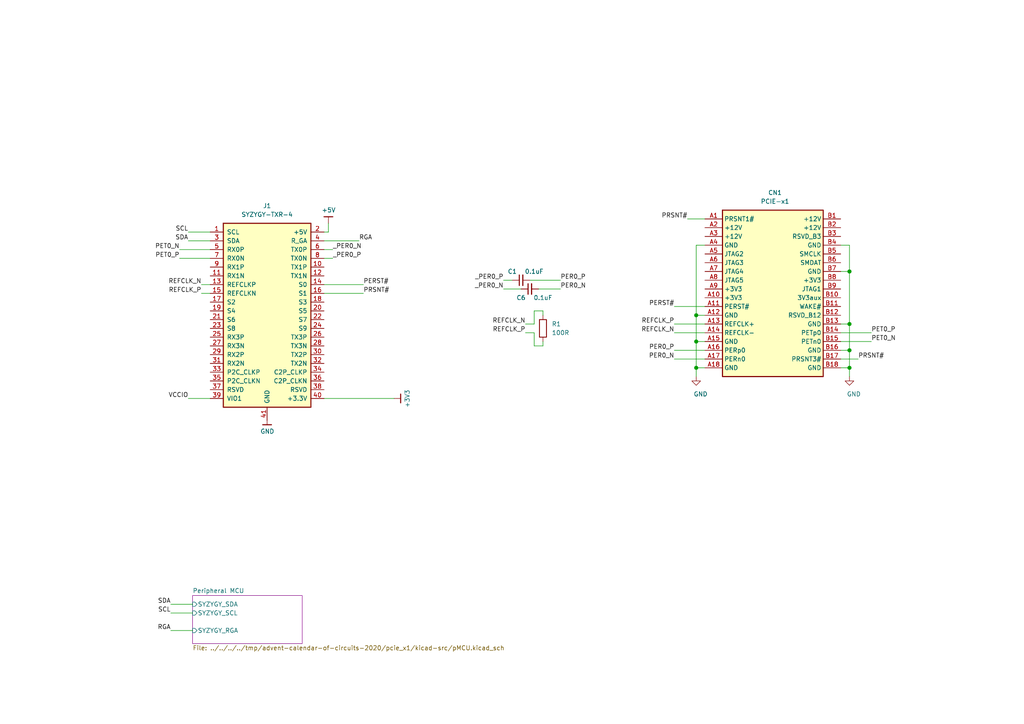
<source format=kicad_sch>
(kicad_sch (version 20230121) (generator eeschema)
  (paper "A4")
  (title_block (title "SYZYGY PCIe x1") (date "2020-12-06") (rev "r1.0") (company "GsD - @gregdavill"))
  (lib_symbols
    (symbol "Device:C_Small" (pin_numbers hide) (pin_names (offset 0.254) hide)
      (property "Reference" "C" (at 0.254 1.778 0))
      (property "Value" "C_Small" (at 0.254 -2.032 0))
      (symbol "C_Small_0_1"
        (polyline (pts (xy -1.524 -0.508) (xy 1.524 -0.508)) (stroke (width 0.3302)))
        (polyline (pts (xy -1.524 0.508) (xy 1.524 0.508)) (stroke (width 0.3048)))
      )
      (symbol "C_Small_1_1"
        (pin passive line (at 0 2.54 270) (length 2.032) (name "~") (number "1"))
        (pin passive line (at 0 -2.54 90) (length 2.032) (name "~") (number "2"))
      )
    )
    (symbol "Device:R_1" (pin_numbers hide) (pin_names (offset 0))
      (property "Reference" "R" (at 2.032 0 90))
      (property "Value" "R" (at 0 0 90))
      (symbol "R_1_0_1"
        (rectangle (start -1.016 -2.54) (end 1.016 2.54) (stroke (width 0.254)))
      )
      (symbol "R_1_1_1"
        (pin passive line (at 0 3.81 270) (length 1.27) (name "~") (number "1"))
        (pin passive line (at 0 -3.81 90) (length 1.27) (name "~") (number "2"))
      )
    )
    (symbol "gkl_power:+3V3" (power) (pin_names (offset 0))
      (property "Value" "+3V3" (at 0 3.556 0))
      (symbol "+3V3_0_1"
        (polyline (pts (xy -1.27 1.905) (xy 1.27 1.905)) (stroke (width 0.3048)))
        (polyline (pts (xy 0 0) (xy 0 1.905)))
      )
      (symbol "+3V3_1_1"
        (pin power_in line (at 0 0 90) (length 0) hide (name "+3V3") (number "1"))
      )
    )
    (symbol "gkl_power:+5V" (power) (pin_names (offset 0))
      (property "Value" "+5V" (at 0 3.175 0))
      (symbol "+5V_0_1"
        (polyline (pts (xy -1.27 1.905) (xy 1.27 1.905)) (stroke (width 0.3048)))
        (polyline (pts (xy 0 0) (xy 0 1.905)))
      )
      (symbol "+5V_1_1"
        (pin power_in line (at 0 0 90) (length 0) hide (name "+5V") (number "1"))
      )
    )
    (symbol "gkl_power:GND" (power) (pin_names (offset 0))
      (property "Value" "GND" (at 0 -2.54 0))
      (symbol "GND_0_1"
        (polyline (pts (xy 0 -1.27) (xy 0 0)))
        (polyline (pts (xy 1.27 -1.27) (xy -1.27 -1.27)) (stroke (width 0.3048)))
      )
      (symbol "GND_1_1"
        (pin power_in line (at 0 0 270) (length 0) hide (name "GND") (number "1"))
      )
    )
    (symbol "gsd-kicad:PCIE-x1-ADDIN"
      (property "Reference" "CN" (at 17.78 6.35 0))
      (property "Value" "PCIE-x1-ADDIN" (at 20.32 3.81 0))
      (symbol "PCIE-x1-ADDIN_0_1"
        (rectangle (start 5.08 2.54) (end 34.29 -45.72) (stroke (width 0.3302)) (fill (type background)))
      )
      (symbol "PCIE-x1-ADDIN_1_1"
        (pin input line (at 0 0 0) (length 5.08) (name "PRSNT1#") (number "A1"))
        (pin input line (at 0 -22.86 0) (length 5.08) (name "+3V3") (number "A10"))
        (pin input line (at 0 -25.4 0) (length 5.08) (name "PERST#") (number "A11"))
        (pin input line (at 0 -27.94 0) (length 5.08) (name "GND") (number "A12"))
        (pin input line (at 0 -30.48 0) (length 5.08) (name "REFCLK+") (number "A13"))
        (pin input line (at 0 -33.02 0) (length 5.08) (name "REFCLK-") (number "A14"))
        (pin input line (at 0 -35.56 0) (length 5.08) (name "GND") (number "A15"))
        (pin input line (at 0 -38.1 0) (length 5.08) (name "PERp0") (number "A16"))
        (pin input line (at 0 -40.64 0) (length 5.08) (name "PERn0") (number "A17"))
        (pin input line (at 0 -43.18 0) (length 5.08) (name "GND") (number "A18"))
        (pin input line (at 0 -2.54 0) (length 5.08) (name "+12V") (number "A2"))
        (pin input line (at 0 -5.08 0) (length 5.08) (name "+12V") (number "A3"))
        (pin input line (at 0 -7.62 0) (length 5.08) (name "GND") (number "A4"))
        (pin input line (at 0 -10.16 0) (length 5.08) (name "JTAG2") (number "A5"))
        (pin input line (at 0 -12.7 0) (length 5.08) (name "JTAG3") (number "A6"))
        (pin input line (at 0 -15.24 0) (length 5.08) (name "JTAG4") (number "A7"))
        (pin input line (at 0 -17.78 0) (length 5.08) (name "JTAG5") (number "A8"))
        (pin input line (at 0 -20.32 0) (length 5.08) (name "+3V3") (number "A9"))
        (pin input line (at 39.37 0 180) (length 5.08) (name "+12V") (number "B1"))
        (pin input line (at 39.37 -22.86 180) (length 5.08) (name "3V3aux") (number "B10"))
        (pin input line (at 39.37 -25.4 180) (length 5.08) (name "WAKE#") (number "B11"))
        (pin input line (at 39.37 -27.94 180) (length 5.08) (name "RSVD_B12") (number "B12"))
        (pin input line (at 39.37 -30.48 180) (length 5.08) (name "GND") (number "B13"))
        (pin input line (at 39.37 -33.02 180) (length 5.08) (name "PETp0") (number "B14"))
        (pin input line (at 39.37 -35.56 180) (length 5.08) (name "PETn0") (number "B15"))
        (pin input line (at 39.37 -38.1 180) (length 5.08) (name "GND") (number "B16"))
        (pin input line (at 39.37 -40.64 180) (length 5.08) (name "PRSNT3#") (number "B17"))
        (pin input line (at 39.37 -43.18 180) (length 5.08) (name "GND") (number "B18"))
        (pin input line (at 39.37 -2.54 180) (length 5.08) (name "+12V") (number "B2"))
        (pin input line (at 39.37 -5.08 180) (length 5.08) (name "RSVD_B3") (number "B3"))
        (pin input line (at 39.37 -7.62 180) (length 5.08) (name "GND") (number "B4"))
        (pin input line (at 39.37 -10.16 180) (length 5.08) (name "SMCLK") (number "B5"))
        (pin input line (at 39.37 -12.7 180) (length 5.08) (name "SMDAT") (number "B6"))
        (pin input line (at 39.37 -15.24 180) (length 5.08) (name "GND") (number "B7"))
        (pin input line (at 39.37 -17.78 180) (length 5.08) (name "+3V3") (number "B8"))
        (pin input line (at 39.37 -20.32 180) (length 5.08) (name "JTAG1") (number "B9"))
      )
    )
    (symbol "gsd-kicad:SYZYGY-TXR-4" (pin_names (offset 1.016))
      (property "Reference" "J" (at 0 27.94 0))
      (property "Value" "SYZYGY-TXR-4" (at 0 25.4 0))
      (symbol "SYZYGY-TXR-4_0_1"
        (rectangle (start -12.7 24.13) (end 12.7 -29.21) (stroke (width 0.3302)) (fill (type background)))
      )
      (symbol "SYZYGY-TXR-4_1_1"
        (pin input line (at -16.51 21.59 0) (length 3.81) (name "SCL") (number "1"))
        (pin input line (at 16.51 11.43 180) (length 3.81) (name "TX1P") (number "10"))
        (pin input line (at -16.51 8.89 0) (length 3.81) (name "RX1N") (number "11"))
        (pin input line (at 16.51 8.89 180) (length 3.81) (name "TX1N") (number "12"))
        (pin input line (at -16.51 6.35 0) (length 3.81) (name "REFCLKP") (number "13"))
        (pin input line (at 16.51 6.35 180) (length 3.81) (name "S0") (number "14"))
        (pin input line (at -16.51 3.81 0) (length 3.81) (name "REFCLKN") (number "15"))
        (pin input line (at 16.51 3.81 180) (length 3.81) (name "S1") (number "16"))
        (pin input line (at -16.51 1.27 0) (length 3.81) (name "S2") (number "17"))
        (pin input line (at 16.51 1.27 180) (length 3.81) (name "S3") (number "18"))
        (pin input line (at -16.51 -1.27 0) (length 3.81) (name "S4") (number "19"))
        (pin input line (at 16.51 21.59 180) (length 3.81) (name "+5V") (number "2"))
        (pin input line (at 16.51 -1.27 180) (length 3.81) (name "S5") (number "20"))
        (pin input line (at -16.51 -3.81 0) (length 3.81) (name "S6") (number "21"))
        (pin input line (at 16.51 -3.81 180) (length 3.81) (name "S7") (number "22"))
        (pin input line (at -16.51 -6.35 0) (length 3.81) (name "S8") (number "23"))
        (pin input line (at 16.51 -6.35 180) (length 3.81) (name "S9") (number "24"))
        (pin input line (at -16.51 -8.89 0) (length 3.81) (name "RX3P") (number "25"))
        (pin input line (at 16.51 -8.89 180) (length 3.81) (name "TX3P") (number "26"))
        (pin input line (at -16.51 -11.43 0) (length 3.81) (name "RX3N") (number "27"))
        (pin input line (at 16.51 -11.43 180) (length 3.81) (name "TX3N") (number "28"))
        (pin input line (at -16.51 -13.97 0) (length 3.81) (name "RX2P") (number "29"))
        (pin input line (at -16.51 19.05 0) (length 3.81) (name "SDA") (number "3"))
        (pin input line (at 16.51 -13.97 180) (length 3.81) (name "TX2P") (number "30"))
        (pin input line (at -16.51 -16.51 0) (length 3.81) (name "RX2N") (number "31"))
        (pin input line (at 16.51 -16.51 180) (length 3.81) (name "TX2N") (number "32"))
        (pin input line (at -16.51 -19.05 0) (length 3.81) (name "P2C_CLKP") (number "33"))
        (pin input line (at 16.51 -19.05 180) (length 3.81) (name "C2P_CLKP") (number "34"))
        (pin input line (at -16.51 -21.59 0) (length 3.81) (name "P2C_CLKN") (number "35"))
        (pin input line (at 16.51 -21.59 180) (length 3.81) (name "C2P_CLKN") (number "36"))
        (pin input line (at -16.51 -24.13 0) (length 3.81) (name "RSVD") (number "37"))
        (pin input line (at 16.51 -24.13 180) (length 3.81) (name "RSVD") (number "38"))
        (pin input line (at -16.51 -26.67 0) (length 3.81) (name "VIO1") (number "39"))
        (pin input line (at 16.51 19.05 180) (length 3.81) (name "R_GA") (number "4"))
        (pin input line (at 16.51 -26.67 180) (length 3.81) (name "+3.3V") (number "40"))
        (pin input line (at 0 -33.02 90) (length 3.81) (name "GND") (number "41"))
        (pin input line (at -16.51 16.51 0) (length 3.81) (name "RX0P") (number "5"))
        (pin input line (at 16.51 16.51 180) (length 3.81) (name "TX0P") (number "6"))
        (pin input line (at -16.51 13.97 0) (length 3.81) (name "RX0N") (number "7"))
        (pin input line (at 16.51 13.97 180) (length 3.81) (name "TX0N") (number "8"))
        (pin input line (at -16.51 11.43 0) (length 3.81) (name "RX1P") (number "9"))
      )
    )
    (symbol "power:GND" (power) (pin_names (offset 0))
      (property "Value" "GND" (at 0 -3.81 0))
      (symbol "GND_0_1"
        (polyline (pts (xy 0 0) (xy 0 -1.27) (xy 1.27 -1.27) (xy 0 -2.54) (xy -1.27 -1.27) (xy 0 -1.27)))
      )
      (symbol "GND_1_1"
        (pin power_in line (at 0 0 270) (length 0) hide (name "GND") (number "1"))
      )
    )
  )
  (junction (at 201.93 106.68) (diameter 1.016))
  (junction (at 246.38 106.68) (diameter 1.016))
  (junction (at 246.38 93.98) (diameter 1.016))
  (junction (at 201.93 99.06) (diameter 1.016))
  (junction (at 246.38 101.6) (diameter 1.016))
  (junction (at 201.93 91.44) (diameter 1.016))
  (junction (at 246.38 78.74) (diameter 1.016))
  (wire (pts (xy 162.56 83.82) (xy 156.21 83.82)))
  (wire (pts (xy 201.93 99.06) (xy 201.93 106.68)))
  (wire (pts (xy 195.58 88.9) (xy 204.47 88.9)))
  (wire (pts (xy 146.05 83.82) (xy 151.13 83.82)))
  (wire (pts (xy 55.88 175.26) (xy 49.53 175.26)))
  (wire (pts (xy 243.84 78.74) (xy 246.38 78.74)))
  (wire (pts (xy 201.93 106.68) (xy 201.93 109.22)))
  (wire (pts (xy 195.58 104.14) (xy 204.47 104.14)))
  (wire (pts (xy 201.93 71.12) (xy 201.93 91.44)))
  (wire (pts (xy 60.96 67.31) (xy 54.61 67.31)))
  (wire (pts (xy 152.4 96.52) (xy 154.94 96.52)))
  (wire (pts (xy 95.25 67.31) (xy 95.25 64.77)))
  (wire (pts (xy 60.96 115.57) (xy 54.61 115.57)))
  (wire (pts (xy 162.56 81.28) (xy 153.67 81.28)))
  (wire (pts (xy 246.38 101.6) (xy 246.38 106.68)))
  (wire (pts (xy 246.38 93.98) (xy 246.38 101.6)))
  (wire (pts (xy 243.84 106.68) (xy 246.38 106.68)))
  (wire (pts (xy 195.58 101.6) (xy 204.47 101.6)))
  (wire (pts (xy 201.93 99.06) (xy 204.47 99.06)))
  (wire (pts (xy 154.94 90.17) (xy 157.48 90.17)))
  (wire (pts (xy 55.88 177.8) (xy 49.53 177.8)))
  (wire (pts (xy 146.05 81.28) (xy 148.59 81.28)))
  (wire (pts (xy 58.42 82.55) (xy 60.96 82.55)))
  (wire (pts (xy 243.84 71.12) (xy 246.38 71.12)))
  (wire (pts (xy 243.84 93.98) (xy 246.38 93.98)))
  (wire (pts (xy 93.98 67.31) (xy 95.25 67.31)))
  (wire (pts (xy 157.48 100.33) (xy 157.48 99.06)))
  (wire (pts (xy 157.48 90.17) (xy 157.48 91.44)))
  (wire (pts (xy 55.88 182.88) (xy 49.53 182.88)))
  (wire (pts (xy 246.38 78.74) (xy 246.38 93.98)))
  (wire (pts (xy 93.98 82.55) (xy 105.41 82.55)))
  (wire (pts (xy 52.07 72.39) (xy 60.96 72.39)))
  (wire (pts (xy 246.38 106.68) (xy 246.38 109.22)))
  (wire (pts (xy 58.42 85.09) (xy 60.96 85.09)))
  (wire (pts (xy 252.73 99.06) (xy 243.84 99.06)))
  (wire (pts (xy 154.94 96.52) (xy 154.94 100.33)))
  (wire (pts (xy 204.47 63.5) (xy 199.39 63.5)))
  (wire (pts (xy 93.98 115.57) (xy 114.3 115.57)))
  (wire (pts (xy 252.73 96.52) (xy 243.84 96.52)))
  (wire (pts (xy 152.4 93.98) (xy 154.94 93.98)))
  (wire (pts (xy 246.38 71.12) (xy 246.38 78.74)))
  (wire (pts (xy 195.58 93.98) (xy 204.47 93.98)))
  (wire (pts (xy 93.98 69.85) (xy 104.14 69.85)))
  (wire (pts (xy 201.93 91.44) (xy 201.93 99.06)))
  (wire (pts (xy 154.94 100.33) (xy 157.48 100.33)))
  (wire (pts (xy 60.96 69.85) (xy 54.61 69.85)))
  (wire (pts (xy 93.98 85.09) (xy 105.41 85.09)))
  (wire (pts (xy 201.93 106.68) (xy 204.47 106.68)))
  (wire (pts (xy 204.47 71.12) (xy 201.93 71.12)))
  (wire (pts (xy 243.84 104.14) (xy 248.92 104.14)))
  (wire (pts (xy 96.52 72.39) (xy 93.98 72.39)))
  (wire (pts (xy 243.84 101.6) (xy 246.38 101.6)))
  (wire (pts (xy 201.93 91.44) (xy 204.47 91.44)))
  (wire (pts (xy 195.58 96.52) (xy 204.47 96.52)))
  (wire (pts (xy 96.52 74.93) (xy 93.98 74.93)))
  (wire (pts (xy 52.07 74.93) (xy 60.96 74.93)))
  (wire (pts (xy 154.94 93.98) (xy 154.94 90.17)))
  (label "_PER0_N" (at 146.05 83.82 180))
  (label "PET0_P" (at 252.73 96.52 0))
  (label "SCL" (at 54.61 67.31 180))
  (label "PER0_N" (at 195.58 104.14 180))
  (label "REFCLK_N" (at 195.58 96.52 180))
  (label "REFCLK_N" (at 152.4 93.98 180))
  (label "PRSNT#" (at 199.39 63.5 180))
  (label "PER0_P" (at 162.56 81.28 0))
  (label "REFCLK_N" (at 58.42 82.55 180))
  (label "PERST#" (at 195.58 88.9 180))
  (label "PET0_N" (at 252.73 99.06 0))
  (label "SDA" (at 54.61 69.85 180))
  (label "REFCLK_P" (at 195.58 93.98 180))
  (label "PET0_N" (at 52.07 72.39 180))
  (label "_PER0_P" (at 146.05 81.28 180))
  (label "RGA" (at 104.14 69.85 0))
  (label "PET0_P" (at 52.07 74.93 180))
  (label "SCL" (at 49.53 177.8 180))
  (label "PRSNT#" (at 105.41 85.09 0))
  (label "_PER0_N" (at 96.52 72.39 0))
  (label "PRSNT#" (at 248.92 104.14 0))
  (label "_PER0_P" (at 96.52 74.93 0))
  (label "SDA" (at 49.53 175.26 180))
  (label "REFCLK_P" (at 152.4 96.52 180))
  (label "VCCIO" (at 54.61 115.57 180))
  (label "REFCLK_P" (at 58.42 85.09 180))
  (label "PER0_P" (at 195.58 101.6 180))
  (label "PER0_N" (at 162.56 83.82 0))
  (label "RGA" (at 49.53 182.88 180))
  (label "PERST#" (at 105.41 82.55 0))
  (symbol (lib_id "gkl_power:+5V") (at 95.25 64.77 0) (unit 1)
    (property "Reference" "#PWR05" (effects hide))
    (property "Value" "+5V" (at 95.3262 60.9346 0))
  )
  (symbol (lib_id "gkl_power:GND") (at 77.47 121.92 0) (unit 1)
    (property "Reference" "#PWR01" (effects hide))
    (property "Value" "GND" (at 77.5462 125.1204 0))
  )
  (symbol (lib_id "gkl_power:+3V3") (at 114.3 115.57 270) (unit 1)
    (property "Reference" "#PWR07" (effects hide))
    (property "Value" "+3V3" (at 118.1354 115.6462 0))
  )
  (symbol (lib_id "gsd-kicad:PCIE-x1-ADDIN") (at 204.47 63.5 0) (unit 1)
    (property "Reference" "CN1" (at 224.79 55.88 0))
    (property "Value" "PCIE-x1" (at 224.79 58.42 0))
    (property "Footprint" "Connector_PCBEdge:BUS_PCIexpress_x1" (effects hide))
  )
  (symbol (lib_id "gsd-kicad:SYZYGY-TXR-4") (at 77.47 88.9 0) (unit 1)
    (property "Reference" "J1" (at 77.47 59.69 0))
    (property "Value" "SYZYGY-TXR-4" (at 77.47 62.23 0))
    (property "Footprint" "gsd-footprints:SYZYGY-TXR-POD" (effects hide))
  )
  (symbol (lib_id "power:GND") (at 246.38 109.22 0) (unit 1)
    (property "Reference" "#PWR0102" (effects hide))
    (property "Value" "GND" (at 247.65 114.3 0))
  )
  (symbol (lib_id "power:GND") (at 201.93 109.22 0) (unit 1)
    (property "Reference" "#PWR0103" (effects hide))
    (property "Value" "GND" (at 203.2 114.3 0))
  )
  (symbol (lib_id "Device:C_Small") (at 151.13 81.28 90) (unit 1)
    (property "Reference" "C1" (at 148.59 78.74 90))
    (property "Value" "0.1uF" (at 154.94 78.74 90))
    (property "Footprint" "Capacitor_SMD:C_0402_1005Metric" (effects hide))
  )
  (symbol (lib_id "Device:C_Small") (at 153.67 83.82 90) (unit 1)
    (property "Reference" "C6" (at 151.13 86.36 90))
    (property "Value" "0.1uF" (at 157.48 86.36 90))
    (property "Footprint" "Capacitor_SMD:C_0402_1005Metric" (effects hide))
  )
  (symbol (lib_name "Device:R_1") (lib_id "Device:R") (at 157.48 95.25 0) (unit 1)
    (property "Reference" "R1" (at 160.02 93.98 0) (effects (justify left)))
    (property "Value" "100R" (at 160.02 96.52 0) (effects (justify left)))
    (property "Footprint" "Resistor_SMD:R_0402_1005Metric" (effects hide))
  )
  (sheet (at 55.88 172.72) (size 31.75 13.97) (stroke (width 0.1524) (color 132 0 132 1)) (fill (color 255 255 255 1.0000))
    (property "Sheetname" "Peripheral MCU" (at 55.88 172.0845 0) (effects (justify left bottom)))
    (property "Sheetfile" "../../../../tmp/advent-calendar-of-circuits-2020/pcie_x1/kicad-src/pMCU.kicad_sch" (at 55.88 187.1985 0) (effects (justify left top)))
    (pin "SYZYGY_SCL" input (at 55.88 177.8 180))
    (pin "SYZYGY_SDA" input (at 55.88 175.26 180))
    (pin "SYZYGY_RGA" input (at 55.88 182.88 180))
  )
)
</source>
